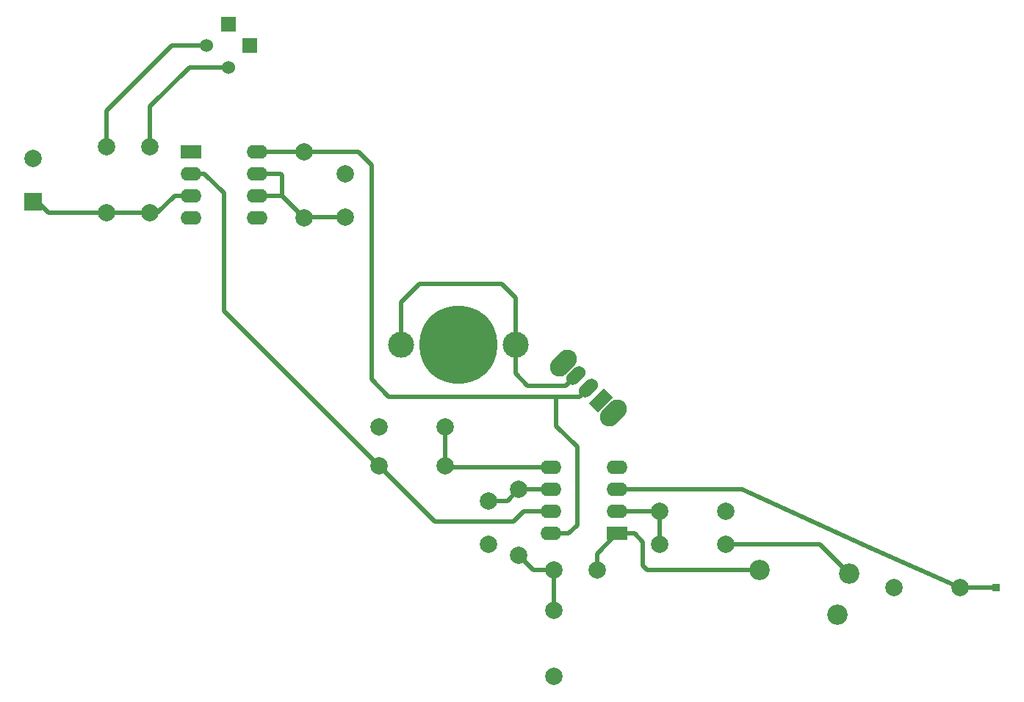
<source format=gbr>
G04 #@! TF.GenerationSoftware,KiCad,Pcbnew,8.0.2*
G04 #@! TF.CreationDate,2024-12-10T10:09:32-07:00*
G04 #@! TF.ProjectId,Makerspace_THT_Workshop,4d616b65-7273-4706-9163-655f5448545f,V1.0*
G04 #@! TF.SameCoordinates,Original*
G04 #@! TF.FileFunction,Copper,L1,Top*
G04 #@! TF.FilePolarity,Positive*
%FSLAX46Y46*%
G04 Gerber Fmt 4.6, Leading zero omitted, Abs format (unit mm)*
G04 Created by KiCad (PCBNEW 8.0.2) date 2024-12-10 10:09:32*
%MOMM*%
%LPD*%
G01*
G04 APERTURE LIST*
G04 Aperture macros list*
%AMHorizOval*
0 Thick line with rounded ends*
0 $1 width*
0 $2 $3 position (X,Y) of the first rounded end (center of the circle)*
0 $4 $5 position (X,Y) of the second rounded end (center of the circle)*
0 Add line between two ends*
20,1,$1,$2,$3,$4,$5,0*
0 Add two circle primitives to create the rounded ends*
1,1,$1,$2,$3*
1,1,$1,$4,$5*%
%AMRotRect*
0 Rectangle, with rotation*
0 The origin of the aperture is its center*
0 $1 length*
0 $2 width*
0 $3 Rotation angle, in degrees counterclockwise*
0 Add horizontal line*
21,1,$1,$2,0,0,$3*%
G04 Aperture macros list end*
G04 #@! TA.AperFunction,ComponentPad*
%ADD10R,1.800000X1.800000*%
G04 #@! TD*
G04 #@! TA.AperFunction,ComponentPad*
%ADD11C,1.524000*%
G04 #@! TD*
G04 #@! TA.AperFunction,ComponentPad*
%ADD12C,2.000000*%
G04 #@! TD*
G04 #@! TA.AperFunction,ComponentPad*
%ADD13C,2.340000*%
G04 #@! TD*
G04 #@! TA.AperFunction,ComponentPad*
%ADD14R,0.850000X0.850000*%
G04 #@! TD*
G04 #@! TA.AperFunction,ComponentPad*
%ADD15HorizOval,2.200000X0.459619X0.459619X-0.459619X-0.459619X0*%
G04 #@! TD*
G04 #@! TA.AperFunction,ComponentPad*
%ADD16RotRect,1.500000X2.500000X135.000000*%
G04 #@! TD*
G04 #@! TA.AperFunction,ComponentPad*
%ADD17HorizOval,1.500000X0.353553X0.353553X-0.353553X-0.353553X0*%
G04 #@! TD*
G04 #@! TA.AperFunction,ComponentPad*
%ADD18R,2.000000X2.000000*%
G04 #@! TD*
G04 #@! TA.AperFunction,ComponentPad*
%ADD19R,2.400000X1.600000*%
G04 #@! TD*
G04 #@! TA.AperFunction,ComponentPad*
%ADD20O,2.400000X1.600000*%
G04 #@! TD*
G04 #@! TA.AperFunction,ComponentPad*
%ADD21C,3.000000*%
G04 #@! TD*
G04 #@! TA.AperFunction,SMDPad,CuDef*
%ADD22C,9.000000*%
G04 #@! TD*
G04 #@! TA.AperFunction,ViaPad*
%ADD23C,0.600000*%
G04 #@! TD*
G04 #@! TA.AperFunction,Conductor*
%ADD24C,0.500000*%
G04 #@! TD*
G04 APERTURE END LIST*
D10*
X119600000Y-61600000D03*
D11*
X119600000Y-66600000D03*
D12*
X203910000Y-126600000D03*
X196290000Y-126600000D03*
D13*
X191144964Y-124984362D03*
X180843254Y-124631143D03*
X189766777Y-129790670D03*
D14*
X208100000Y-126600000D03*
D15*
X163999138Y-106499138D03*
X158200863Y-100700863D03*
D16*
X162514214Y-105014214D03*
D17*
X161100000Y-103600000D03*
X159685787Y-102185787D03*
D12*
X169290000Y-121600000D03*
X176910000Y-121600000D03*
X144600000Y-108100000D03*
X136980000Y-108100000D03*
X176910000Y-117850000D03*
X169290000Y-117850000D03*
D18*
X97100000Y-82100000D03*
D12*
X97100000Y-77100000D03*
X153100000Y-122910000D03*
X153100000Y-115290000D03*
X162100000Y-124600000D03*
X157100000Y-124600000D03*
X157100000Y-129290000D03*
X157100000Y-136910000D03*
X105600000Y-83410000D03*
X105600000Y-75790000D03*
X144600000Y-112600000D03*
X136980000Y-112600000D03*
X133100000Y-83850000D03*
X133100000Y-78850000D03*
X128350000Y-76350000D03*
X128350000Y-83970000D03*
X149600000Y-121600000D03*
X149600000Y-116600000D03*
X110600000Y-83410000D03*
X110600000Y-75790000D03*
D19*
X164400000Y-120400000D03*
D20*
X164400000Y-117860000D03*
X164400000Y-115320000D03*
X164400000Y-112780000D03*
X156780000Y-112780000D03*
X156780000Y-115320000D03*
X156780000Y-117860000D03*
X156780000Y-120400000D03*
D21*
X152700000Y-98600000D03*
X139500000Y-98600000D03*
D22*
X146100000Y-98600000D03*
D19*
X115300000Y-76300000D03*
D20*
X115300000Y-78840000D03*
X115300000Y-81380000D03*
X115300000Y-83920000D03*
X122920000Y-83920000D03*
X122920000Y-81380000D03*
X122920000Y-78840000D03*
X122920000Y-76300000D03*
D10*
X122100000Y-64100000D03*
D11*
X117100000Y-64100000D03*
D23*
X146000000Y-96250000D03*
X148500000Y-96250000D03*
X148500000Y-101250000D03*
X143500000Y-98750000D03*
X146000000Y-98750000D03*
X148500000Y-98750000D03*
X143500000Y-96250000D03*
X143500000Y-101250000D03*
X146000000Y-101250000D03*
D24*
X178820879Y-115318461D02*
X168527767Y-115320000D01*
X168527767Y-115320000D02*
X164400000Y-115320000D01*
X208100000Y-126600000D02*
X203910000Y-126600000D01*
X203910000Y-126600000D02*
X193600000Y-122100000D01*
X193600000Y-122100000D02*
X178820879Y-115318461D01*
X141600000Y-91600000D02*
X151100000Y-91600000D01*
X139500000Y-98600000D02*
X139500000Y-93700000D01*
X159685787Y-102185787D02*
X158521574Y-103350000D01*
X151100000Y-91600000D02*
X152700000Y-93200000D01*
X152700000Y-101950000D02*
X152700000Y-98600000D01*
X158521574Y-103350000D02*
X154100000Y-103350000D01*
X139500000Y-93700000D02*
X141600000Y-91600000D01*
X152700000Y-93200000D02*
X152700000Y-98600000D01*
X154100000Y-103350000D02*
X152700000Y-101950000D01*
X113440000Y-81380000D02*
X115300000Y-81380000D01*
X98910000Y-83410000D02*
X105600000Y-83410000D01*
X110600000Y-83410000D02*
X111410000Y-83410000D01*
X97600000Y-82100000D02*
X98910000Y-83410000D01*
X97100000Y-82100000D02*
X97600000Y-82100000D01*
X105600000Y-83410000D02*
X110600000Y-83410000D01*
X111410000Y-83410000D02*
X113440000Y-81380000D01*
X166400000Y-120400000D02*
X164400000Y-120400000D01*
X167350000Y-121350000D02*
X166400000Y-120400000D01*
X167881142Y-124631142D02*
X167350000Y-124100000D01*
X167350000Y-124100000D02*
X167350000Y-121350000D01*
X180843253Y-124631142D02*
X167881142Y-124631142D01*
X162100000Y-122700000D02*
X164400000Y-120400000D01*
X162100000Y-124600000D02*
X162100000Y-122700000D01*
X157100000Y-124600000D02*
X154790000Y-124600000D01*
X154790000Y-124600000D02*
X153100000Y-122910000D01*
X157100000Y-129290000D02*
X157100000Y-124600000D01*
X149600000Y-116600000D02*
X151790000Y-116600000D01*
X156750000Y-115290000D02*
X156780000Y-115320000D01*
X151790000Y-116600000D02*
X153100000Y-115290000D01*
X153100000Y-115290000D02*
X156750000Y-115290000D01*
X128470000Y-83850000D02*
X128350000Y-83970000D01*
X125760000Y-81380000D02*
X128350000Y-83970000D01*
X125590000Y-78840000D02*
X122920000Y-78840000D01*
X122920000Y-81380000D02*
X125760000Y-81380000D01*
X125760000Y-79010000D02*
X125590000Y-78840000D01*
X133100000Y-83850000D02*
X128470000Y-83850000D01*
X125760000Y-81380000D02*
X125760000Y-79010000D01*
X105600000Y-75790000D02*
X105600000Y-71600000D01*
X105600000Y-71600000D02*
X113100000Y-64100000D01*
X113100000Y-64100000D02*
X117100000Y-64100000D01*
X110600000Y-71100000D02*
X115100000Y-66600000D01*
X115100000Y-66600000D02*
X119600000Y-66600000D01*
X110600000Y-75790000D02*
X110600000Y-71100000D01*
X164410000Y-117850000D02*
X164400000Y-117860000D01*
X169290000Y-121600000D02*
X169290000Y-117850000D01*
X164400000Y-117860000D02*
X169280000Y-117860000D01*
X169280000Y-117860000D02*
X169290000Y-117850000D01*
X187760602Y-121600000D02*
X191144964Y-124984362D01*
X176910000Y-121600000D02*
X187760602Y-121600000D01*
X156780000Y-112780000D02*
X144780000Y-112780000D01*
X144780000Y-112780000D02*
X144600000Y-112600000D01*
X144600000Y-108100000D02*
X144600000Y-112600000D01*
X119100000Y-94720000D02*
X119100000Y-81100000D01*
X119100000Y-81100000D02*
X116840000Y-78840000D01*
X116840000Y-78840000D02*
X115300000Y-78840000D01*
X152500000Y-119000000D02*
X143380000Y-119000000D01*
X136980000Y-112600000D02*
X119100000Y-94720000D01*
X143380000Y-119000000D02*
X136980000Y-112600000D01*
X156780000Y-117860000D02*
X153640000Y-117860000D01*
X153640000Y-117860000D02*
X152500000Y-119000000D01*
X155000000Y-104600000D02*
X138100000Y-104600000D01*
X128100000Y-76350000D02*
X128050000Y-76300000D01*
X159800000Y-119400000D02*
X158800000Y-120400000D01*
X128350000Y-76350000D02*
X128100000Y-76350000D01*
X134600000Y-76350000D02*
X128350000Y-76350000D01*
X157400000Y-104600000D02*
X155000000Y-104600000D01*
X157400000Y-108000000D02*
X159800000Y-110400000D01*
X158800000Y-120400000D02*
X156780000Y-120400000D01*
X160100000Y-104600000D02*
X157400000Y-104600000D01*
X136100000Y-102600000D02*
X136100000Y-77850000D01*
X161100000Y-103600000D02*
X160100000Y-104600000D01*
X159800000Y-110400000D02*
X159800000Y-119400000D01*
X157400000Y-104600000D02*
X157400000Y-108000000D01*
X138100000Y-104600000D02*
X136100000Y-102600000D01*
X136100000Y-77850000D02*
X134600000Y-76350000D01*
X128050000Y-76300000D02*
X122920000Y-76300000D01*
M02*

</source>
